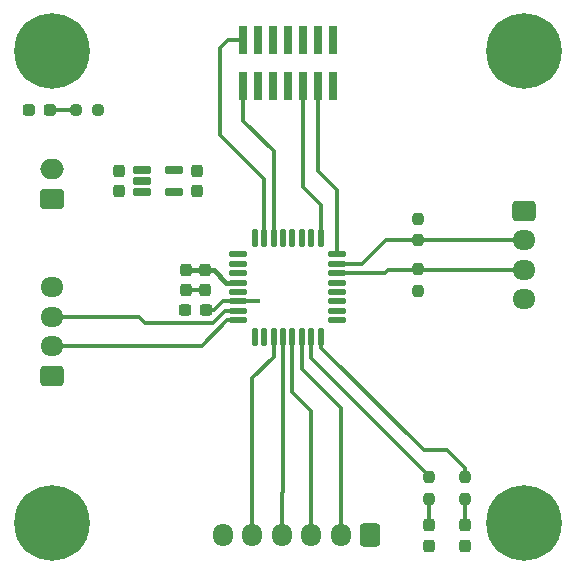
<source format=gbr>
%TF.GenerationSoftware,KiCad,Pcbnew,9.0.7*%
%TF.CreationDate,2026-02-11T09:42:11+01:00*%
%TF.ProjectId,3DN_td_kicad,33444e5f-7464-45f6-9b69-6361642e6b69,1.0*%
%TF.SameCoordinates,Original*%
%TF.FileFunction,Copper,L1,Top*%
%TF.FilePolarity,Positive*%
%FSLAX46Y46*%
G04 Gerber Fmt 4.6, Leading zero omitted, Abs format (unit mm)*
G04 Created by KiCad (PCBNEW 9.0.7) date 2026-02-11 09:42:11*
%MOMM*%
%LPD*%
G01*
G04 APERTURE LIST*
G04 Aperture macros list*
%AMRoundRect*
0 Rectangle with rounded corners*
0 $1 Rounding radius*
0 $2 $3 $4 $5 $6 $7 $8 $9 X,Y pos of 4 corners*
0 Add a 4 corners polygon primitive as box body*
4,1,4,$2,$3,$4,$5,$6,$7,$8,$9,$2,$3,0*
0 Add four circle primitives for the rounded corners*
1,1,$1+$1,$2,$3*
1,1,$1+$1,$4,$5*
1,1,$1+$1,$6,$7*
1,1,$1+$1,$8,$9*
0 Add four rect primitives between the rounded corners*
20,1,$1+$1,$2,$3,$4,$5,0*
20,1,$1+$1,$4,$5,$6,$7,0*
20,1,$1+$1,$6,$7,$8,$9,0*
20,1,$1+$1,$8,$9,$2,$3,0*%
G04 Aperture macros list end*
%TA.AperFunction,SMDPad,CuDef*%
%ADD10RoundRect,0.162500X-0.617500X-0.162500X0.617500X-0.162500X0.617500X0.162500X-0.617500X0.162500X0*%
%TD*%
%TA.AperFunction,SMDPad,CuDef*%
%ADD11RoundRect,0.125000X-0.625000X-0.125000X0.625000X-0.125000X0.625000X0.125000X-0.625000X0.125000X0*%
%TD*%
%TA.AperFunction,SMDPad,CuDef*%
%ADD12RoundRect,0.125000X-0.125000X-0.625000X0.125000X-0.625000X0.125000X0.625000X-0.125000X0.625000X0*%
%TD*%
%TA.AperFunction,SMDPad,CuDef*%
%ADD13RoundRect,0.237500X-0.237500X0.250000X-0.237500X-0.250000X0.237500X-0.250000X0.237500X0.250000X0*%
%TD*%
%TA.AperFunction,SMDPad,CuDef*%
%ADD14RoundRect,0.237500X0.250000X0.237500X-0.250000X0.237500X-0.250000X-0.237500X0.250000X-0.237500X0*%
%TD*%
%TA.AperFunction,SMDPad,CuDef*%
%ADD15RoundRect,0.237500X0.237500X-0.250000X0.237500X0.250000X-0.237500X0.250000X-0.237500X-0.250000X0*%
%TD*%
%TA.AperFunction,ComponentPad*%
%ADD16RoundRect,0.250000X0.750000X-0.600000X0.750000X0.600000X-0.750000X0.600000X-0.750000X-0.600000X0*%
%TD*%
%TA.AperFunction,ComponentPad*%
%ADD17O,2.000000X1.700000*%
%TD*%
%TA.AperFunction,ComponentPad*%
%ADD18RoundRect,0.250000X-0.725000X0.600000X-0.725000X-0.600000X0.725000X-0.600000X0.725000X0.600000X0*%
%TD*%
%TA.AperFunction,ComponentPad*%
%ADD19O,1.950000X1.700000*%
%TD*%
%TA.AperFunction,ComponentPad*%
%ADD20RoundRect,0.250000X0.600000X0.725000X-0.600000X0.725000X-0.600000X-0.725000X0.600000X-0.725000X0*%
%TD*%
%TA.AperFunction,ComponentPad*%
%ADD21O,1.700000X1.950000*%
%TD*%
%TA.AperFunction,ComponentPad*%
%ADD22RoundRect,0.250000X0.725000X-0.600000X0.725000X0.600000X-0.725000X0.600000X-0.725000X-0.600000X0*%
%TD*%
%TA.AperFunction,SMDPad,CuDef*%
%ADD23R,0.740000X2.400000*%
%TD*%
%TA.AperFunction,ComponentPad*%
%ADD24C,0.800000*%
%TD*%
%TA.AperFunction,ComponentPad*%
%ADD25C,6.400000*%
%TD*%
%TA.AperFunction,SMDPad,CuDef*%
%ADD26RoundRect,0.237500X0.237500X-0.287500X0.237500X0.287500X-0.237500X0.287500X-0.237500X-0.287500X0*%
%TD*%
%TA.AperFunction,SMDPad,CuDef*%
%ADD27RoundRect,0.237500X-0.287500X-0.237500X0.287500X-0.237500X0.287500X0.237500X-0.287500X0.237500X0*%
%TD*%
%TA.AperFunction,SMDPad,CuDef*%
%ADD28RoundRect,0.237500X0.300000X0.237500X-0.300000X0.237500X-0.300000X-0.237500X0.300000X-0.237500X0*%
%TD*%
%TA.AperFunction,SMDPad,CuDef*%
%ADD29RoundRect,0.237500X-0.237500X0.300000X-0.237500X-0.300000X0.237500X-0.300000X0.237500X0.300000X0*%
%TD*%
%TA.AperFunction,ViaPad*%
%ADD30C,0.450000*%
%TD*%
%TA.AperFunction,Conductor*%
%ADD31C,0.300000*%
%TD*%
%TA.AperFunction,Conductor*%
%ADD32C,0.400000*%
%TD*%
G04 APERTURE END LIST*
D10*
%TO.P,U2,1,VIN*%
%TO.N,+5V*%
X107650000Y-110050000D03*
%TO.P,U2,2,GND*%
%TO.N,GND*%
X107650000Y-111000000D03*
%TO.P,U2,3,EN*%
%TO.N,+5V*%
X107650000Y-111950000D03*
%TO.P,U2,4,NC*%
%TO.N,unconnected-(U2-NC-Pad4)*%
X110350000Y-111950000D03*
%TO.P,U2,5,VOUT*%
%TO.N,+3.3V*%
X110350000Y-110050000D03*
%TD*%
D11*
%TO.P,U1,1,PB9*%
%TO.N,unconnected-(U1-PB9-Pad1)*%
X115825000Y-117200000D03*
%TO.P,U1,2,PC14*%
%TO.N,unconnected-(U1-PC14-Pad2)*%
X115825000Y-118000000D03*
%TO.P,U1,3,PC15*%
%TO.N,unconnected-(U1-PC15-Pad3)*%
X115825000Y-118800000D03*
%TO.P,U1,4,VDD*%
%TO.N,+3.3V*%
X115825000Y-119600000D03*
%TO.P,U1,5,VSS*%
%TO.N,GND*%
X115825000Y-120400000D03*
%TO.P,U1,6,PF2*%
%TO.N,/nRST*%
X115825000Y-121200000D03*
%TO.P,U1,7,PA0*%
%TO.N,/ADC_IN0*%
X115825000Y-122000000D03*
%TO.P,U1,8,PA1*%
%TO.N,/ADC_IN1*%
X115825000Y-122800000D03*
D12*
%TO.P,U1,9,PA2*%
%TO.N,unconnected-(U1-PA2-Pad9)*%
X117200000Y-124175000D03*
%TO.P,U1,10,PA3*%
%TO.N,unconnected-(U1-PA3-Pad10)*%
X118000000Y-124175000D03*
%TO.P,U1,11,PA4*%
%TO.N,/SPI1_NSS*%
X118800000Y-124175000D03*
%TO.P,U1,12,PA5*%
%TO.N,/SPI1_SCK*%
X119600000Y-124175000D03*
%TO.P,U1,13,PA6*%
%TO.N,/SPI1_MISO*%
X120400000Y-124175000D03*
%TO.P,U1,14,PA7*%
%TO.N,/SPI1_MOSI*%
X121200000Y-124175000D03*
%TO.P,U1,15,PB0*%
%TO.N,/TIM3_CH3*%
X122000000Y-124175000D03*
%TO.P,U1,16,PB1*%
%TO.N,/TIM3_CH4*%
X122800000Y-124175000D03*
D11*
%TO.P,U1,17,PB2*%
%TO.N,unconnected-(U1-PB2-Pad17)*%
X124175000Y-122800000D03*
%TO.P,U1,18,PA8*%
%TO.N,unconnected-(U1-PA8-Pad18)*%
X124175000Y-122000000D03*
%TO.P,U1,19,NC/PA9*%
%TO.N,unconnected-(U1-NC{slash}PA9-Pad19)*%
X124175000Y-121200000D03*
%TO.P,U1,20,PC6*%
%TO.N,unconnected-(U1-PC6-Pad20)*%
X124175000Y-120400000D03*
%TO.P,U1,21,NC/PA10*%
%TO.N,unconnected-(U1-NC{slash}PA10-Pad21)*%
X124175000Y-119600000D03*
%TO.P,U1,22,PA9/PA11*%
%TO.N,/I2C2_SCL*%
X124175000Y-118800000D03*
%TO.P,U1,23,PA10/PA12*%
%TO.N,/I2C2_SDA*%
X124175000Y-118000000D03*
%TO.P,U1,24,PA13*%
%TO.N,/SWDIO*%
X124175000Y-117200000D03*
D12*
%TO.P,U1,25,PA14*%
%TO.N,/SWCLK*%
X122800000Y-115825000D03*
%TO.P,U1,26,PA15*%
%TO.N,unconnected-(U1-PA15-Pad26)*%
X122000000Y-115825000D03*
%TO.P,U1,27,PB3*%
%TO.N,unconnected-(U1-PB3-Pad27)*%
X121200000Y-115825000D03*
%TO.P,U1,28,PB4*%
%TO.N,unconnected-(U1-PB4-Pad28)*%
X120400000Y-115825000D03*
%TO.P,U1,29,PB5*%
%TO.N,unconnected-(U1-PB5-Pad29)*%
X119600000Y-115825000D03*
%TO.P,U1,30,PB6*%
%TO.N,/VCP_TX*%
X118800000Y-115825000D03*
%TO.P,U1,31,PB7*%
%TO.N,/VCP_RX*%
X118000000Y-115825000D03*
%TO.P,U1,32,PB8*%
%TO.N,unconnected-(U1-PB8-Pad32)*%
X117200000Y-115825000D03*
%TD*%
D13*
%TO.P,R5,1*%
%TO.N,/TIM3_CH3*%
X132000000Y-136087500D03*
%TO.P,R5,2*%
%TO.N,Net-(D3-A)*%
X132000000Y-137912500D03*
%TD*%
%TO.P,R4,1*%
%TO.N,/TIM3_CH4*%
X135000000Y-136087500D03*
%TO.P,R4,2*%
%TO.N,Net-(D2-A)*%
X135000000Y-137912500D03*
%TD*%
D14*
%TO.P,R3,1*%
%TO.N,+3.3V*%
X103912500Y-105000000D03*
%TO.P,R3,2*%
%TO.N,Net-(D1-A)*%
X102087500Y-105000000D03*
%TD*%
D13*
%TO.P,R2,1*%
%TO.N,+3.3V*%
X131000000Y-114187500D03*
%TO.P,R2,2*%
%TO.N,/I2C2_SDA*%
X131000000Y-116012500D03*
%TD*%
D15*
%TO.P,R1,1*%
%TO.N,+3.3V*%
X131000000Y-120312500D03*
%TO.P,R1,2*%
%TO.N,/I2C2_SCL*%
X131000000Y-118487500D03*
%TD*%
D16*
%TO.P,J5,1,Pin_1*%
%TO.N,GND*%
X100000000Y-112500000D03*
D17*
%TO.P,J5,2,Pin_2*%
%TO.N,+5V*%
X100000000Y-110000000D03*
%TD*%
D18*
%TO.P,J4,1,Pin_1*%
%TO.N,GND*%
X140000000Y-113500000D03*
D19*
%TO.P,J4,2,Pin_2*%
%TO.N,/I2C2_SDA*%
X140000000Y-116000000D03*
%TO.P,J4,3,Pin_3*%
%TO.N,/I2C2_SCL*%
X140000000Y-118500000D03*
%TO.P,J4,4,Pin_4*%
%TO.N,+3.3V*%
X140000000Y-121000000D03*
%TD*%
D20*
%TO.P,J3,1,Pin_1*%
%TO.N,GND*%
X127000000Y-141000000D03*
D21*
%TO.P,J3,2,Pin_2*%
%TO.N,/SPI1_MOSI*%
X124500000Y-141000000D03*
%TO.P,J3,3,Pin_3*%
%TO.N,/SPI1_MISO*%
X122000000Y-141000000D03*
%TO.P,J3,4,Pin_4*%
%TO.N,/SPI1_SCK*%
X119500000Y-141000000D03*
%TO.P,J3,5,Pin_5*%
%TO.N,/SPI1_NSS*%
X117000000Y-141000000D03*
%TO.P,J3,6,Pin_6*%
%TO.N,+3.3V*%
X114500000Y-141000000D03*
%TD*%
D22*
%TO.P,J2,1,Pin_1*%
%TO.N,GND*%
X100000000Y-127500000D03*
D19*
%TO.P,J2,2,Pin_2*%
%TO.N,/ADC_IN1*%
X100000000Y-125000000D03*
%TO.P,J2,3,Pin_3*%
%TO.N,/ADC_IN0*%
X100000000Y-122500000D03*
%TO.P,J2,4,Pin_4*%
%TO.N,+3.3V*%
X100000000Y-120000000D03*
%TD*%
D23*
%TO.P,J1,1,NC*%
%TO.N,unconnected-(J1-NC-Pad1)*%
X123810000Y-99050000D03*
%TO.P,J1,2,NC*%
%TO.N,unconnected-(J1-NC-Pad2)*%
X123810000Y-102950000D03*
%TO.P,J1,3,VCC*%
%TO.N,+3.3V*%
X122540000Y-99050000D03*
%TO.P,J1,4,JTMS/SWDIO*%
%TO.N,/SWDIO*%
X122540000Y-102950000D03*
%TO.P,J1,5,GND*%
%TO.N,GND*%
X121270000Y-99050000D03*
%TO.P,J1,6,JCLK/SWCLK*%
%TO.N,/SWCLK*%
X121270000Y-102950000D03*
%TO.P,J1,7,GND*%
%TO.N,GND*%
X120000000Y-99050000D03*
%TO.P,J1,8,JTDO/SWO*%
%TO.N,unconnected-(J1-JTDO{slash}SWO-Pad8)*%
X120000000Y-102950000D03*
%TO.P,J1,9,JRCLK/NC*%
%TO.N,unconnected-(J1-JRCLK{slash}NC-Pad9)*%
X118730000Y-99050000D03*
%TO.P,J1,10,JTDI/NC*%
%TO.N,unconnected-(J1-JTDI{slash}NC-Pad10)*%
X118730000Y-102950000D03*
%TO.P,J1,11,GNDDetect*%
%TO.N,GND*%
X117460000Y-99050000D03*
%TO.P,J1,12,~{RST}*%
%TO.N,/nRST*%
X117460000Y-102950000D03*
%TO.P,J1,13,VCP_RX*%
%TO.N,/VCP_RX*%
X116190000Y-99050000D03*
%TO.P,J1,14,VCP_TX*%
%TO.N,/VCP_TX*%
X116190000Y-102950000D03*
%TD*%
D24*
%TO.P,H4,1,1*%
%TO.N,GND*%
X137600000Y-140000000D03*
X138302944Y-138302944D03*
X138302944Y-141697056D03*
X140000000Y-137600000D03*
D25*
X140000000Y-140000000D03*
D24*
X140000000Y-142400000D03*
X141697056Y-138302944D03*
X141697056Y-141697056D03*
X142400000Y-140000000D03*
%TD*%
%TO.P,H3,1,1*%
%TO.N,GND*%
X97600000Y-140000000D03*
X98302944Y-138302944D03*
X98302944Y-141697056D03*
X100000000Y-137600000D03*
D25*
X100000000Y-140000000D03*
D24*
X100000000Y-142400000D03*
X101697056Y-138302944D03*
X101697056Y-141697056D03*
X102400000Y-140000000D03*
%TD*%
%TO.P,H2,1,1*%
%TO.N,GND*%
X137600000Y-100000000D03*
X138302944Y-98302944D03*
X138302944Y-101697056D03*
X140000000Y-97600000D03*
D25*
X140000000Y-100000000D03*
D24*
X140000000Y-102400000D03*
X141697056Y-98302944D03*
X141697056Y-101697056D03*
X142400000Y-100000000D03*
%TD*%
%TO.P,H1,1,1*%
%TO.N,GND*%
X97600000Y-100000000D03*
X98302944Y-98302944D03*
X98302944Y-101697056D03*
X100000000Y-97600000D03*
D25*
X100000000Y-100000000D03*
D24*
X100000000Y-102400000D03*
X101697056Y-98302944D03*
X101697056Y-101697056D03*
X102400000Y-100000000D03*
%TD*%
D26*
%TO.P,D3,1,K*%
%TO.N,GND*%
X132000000Y-141875000D03*
%TO.P,D3,2,A*%
%TO.N,Net-(D3-A)*%
X132000000Y-140125000D03*
%TD*%
%TO.P,D2,1,K*%
%TO.N,GND*%
X135000000Y-141875000D03*
%TO.P,D2,2,A*%
%TO.N,Net-(D2-A)*%
X135000000Y-140125000D03*
%TD*%
D27*
%TO.P,D1,1,K*%
%TO.N,GND*%
X98125000Y-105000000D03*
%TO.P,D1,2,A*%
%TO.N,Net-(D1-A)*%
X99875000Y-105000000D03*
%TD*%
D28*
%TO.P,C5,1*%
%TO.N,/nRST*%
X113062500Y-121900000D03*
%TO.P,C5,2*%
%TO.N,GND*%
X111337500Y-121900000D03*
%TD*%
D29*
%TO.P,C4,1*%
%TO.N,+3.3V*%
X111400000Y-118537500D03*
%TO.P,C4,2*%
%TO.N,GND*%
X111400000Y-120262500D03*
%TD*%
%TO.P,C3,1*%
%TO.N,+3.3V*%
X113000000Y-118537500D03*
%TO.P,C3,2*%
%TO.N,GND*%
X113000000Y-120262500D03*
%TD*%
%TO.P,C2,1*%
%TO.N,+3.3V*%
X112300000Y-110137500D03*
%TO.P,C2,2*%
%TO.N,GND*%
X112300000Y-111862500D03*
%TD*%
%TO.P,C1,1*%
%TO.N,+5V*%
X105700000Y-110137500D03*
%TO.P,C1,2*%
%TO.N,GND*%
X105700000Y-111862500D03*
%TD*%
D30*
%TO.N,/nRST*%
X117460000Y-102950000D03*
X117500000Y-121200000D03*
%TO.N,GND*%
X135000000Y-141875000D03*
X132000000Y-141875000D03*
X111337500Y-121900000D03*
X113000000Y-120262500D03*
X111400000Y-120262500D03*
%TO.N,+3.3V*%
X111400000Y-118537500D03*
X113000000Y-118537500D03*
%TO.N,GND*%
X115825000Y-120400000D03*
%TO.N,+3.3V*%
X115825000Y-119600000D03*
X131000000Y-114187500D03*
X131000000Y-120312500D03*
X122540000Y-99050000D03*
%TO.N,GND*%
X117460000Y-99050000D03*
X121270000Y-99050000D03*
X120000000Y-99050000D03*
X98125000Y-105000000D03*
%TO.N,+3.3V*%
X103912500Y-105000000D03*
%TO.N,GND*%
X112300000Y-111862500D03*
%TO.N,+3.3V*%
X112300000Y-110137500D03*
X110350000Y-110050000D03*
%TO.N,+5V*%
X105700000Y-110137500D03*
%TO.N,GND*%
X105700000Y-111862500D03*
X107650000Y-111000000D03*
%TO.N,+5V*%
X107650000Y-111950000D03*
X107650000Y-110050000D03*
%TD*%
D31*
%TO.N,/ADC_IN1*%
X115825000Y-122800000D02*
X114900000Y-122800000D01*
X114900000Y-122800000D02*
X112700000Y-125000000D01*
X112700000Y-125000000D02*
X100000000Y-125000000D01*
%TO.N,/nRST*%
X117500000Y-121200000D02*
X115825000Y-121200000D01*
%TO.N,/TIM3_CH4*%
X122800000Y-124175000D02*
X122800000Y-125100000D01*
X122800000Y-125100000D02*
X131500000Y-133800000D01*
X131500000Y-133800000D02*
X133500000Y-133800000D01*
X133500000Y-133800000D02*
X135000000Y-135300000D01*
X135000000Y-135300000D02*
X135000000Y-136087500D01*
%TO.N,/TIM3_CH3*%
X132000000Y-136087500D02*
X132000000Y-136000000D01*
X132000000Y-136000000D02*
X122000000Y-126000000D01*
X122000000Y-126000000D02*
X122000000Y-124175000D01*
%TO.N,Net-(D3-A)*%
X132000000Y-137912500D02*
X132000000Y-140125000D01*
%TO.N,Net-(D2-A)*%
X135000000Y-137912500D02*
X135000000Y-140125000D01*
%TO.N,Net-(D1-A)*%
X102087500Y-105000000D02*
X99875000Y-105000000D01*
%TO.N,/ADC_IN0*%
X100000000Y-122500000D02*
X107400000Y-122500000D01*
X107400000Y-122500000D02*
X107900000Y-123000000D01*
X107900000Y-123000000D02*
X113700000Y-123000000D01*
X113700000Y-123000000D02*
X114700000Y-122000000D01*
X114700000Y-122000000D02*
X115825000Y-122000000D01*
%TO.N,/nRST*%
X115825000Y-121200000D02*
X114500000Y-121200000D01*
X114500000Y-121200000D02*
X113800000Y-121900000D01*
X113800000Y-121900000D02*
X113062500Y-121900000D01*
%TO.N,/VCP_RX*%
X118000000Y-115825000D02*
X118000000Y-110800000D01*
X118000000Y-110800000D02*
X114300000Y-107100000D01*
X114300000Y-107100000D02*
X114300000Y-99700000D01*
X114300000Y-99700000D02*
X114950000Y-99050000D01*
X114950000Y-99050000D02*
X116190000Y-99050000D01*
%TO.N,/VCP_TX*%
X118800000Y-115825000D02*
X118800000Y-108500000D01*
X118800000Y-108500000D02*
X116190000Y-105890000D01*
X116190000Y-105890000D02*
X116190000Y-102950000D01*
%TO.N,/SWDIO*%
X124175000Y-117200000D02*
X124175000Y-111775000D01*
X124175000Y-111775000D02*
X122540000Y-110140000D01*
X122540000Y-110140000D02*
X122540000Y-102950000D01*
%TO.N,/SWCLK*%
X121270000Y-102950000D02*
X121270000Y-111470000D01*
X121270000Y-111470000D02*
X122800000Y-113000000D01*
X122800000Y-113000000D02*
X122800000Y-115825000D01*
%TO.N,/I2C2_SCL*%
X128200000Y-118800000D02*
X128500000Y-118500000D01*
X128500000Y-118500000D02*
X140000000Y-118500000D01*
%TO.N,/I2C2_SDA*%
X124175000Y-118000000D02*
X126300000Y-118000000D01*
X128300000Y-116000000D02*
X140000000Y-116000000D01*
X126300000Y-118000000D02*
X128300000Y-116000000D01*
%TO.N,/I2C2_SCL*%
X124175000Y-118800000D02*
X128200000Y-118800000D01*
%TO.N,/SPI1_MOSI*%
X124500000Y-141000000D02*
X124500000Y-130200000D01*
X124500000Y-130200000D02*
X121200000Y-126900000D01*
X121200000Y-126900000D02*
X121200000Y-124175000D01*
%TO.N,/SPI1_MISO*%
X120400000Y-124175000D02*
X120400000Y-128900000D01*
X120400000Y-128900000D02*
X122000000Y-130500000D01*
X122000000Y-130500000D02*
X122000000Y-141000000D01*
%TO.N,/SPI1_NSS*%
X118800000Y-124175000D02*
X118800000Y-125900000D01*
X118800000Y-125900000D02*
X117000000Y-127700000D01*
X117000000Y-127700000D02*
X117000000Y-141000000D01*
%TO.N,/SPI1_SCK*%
X119600000Y-124175000D02*
X119600000Y-137300000D01*
X119600000Y-137300000D02*
X119500000Y-137400000D01*
X119500000Y-137400000D02*
X119500000Y-141000000D01*
%TO.N,GND*%
X111400000Y-120262500D02*
X113000000Y-120262500D01*
D32*
%TO.N,+3.3V*%
X113000000Y-118537500D02*
X111400000Y-118537500D01*
X115825000Y-119600000D02*
X114800000Y-119600000D01*
X114800000Y-119600000D02*
X113737500Y-118537500D01*
X113737500Y-118537500D02*
X113000000Y-118537500D01*
%TD*%
M02*

</source>
